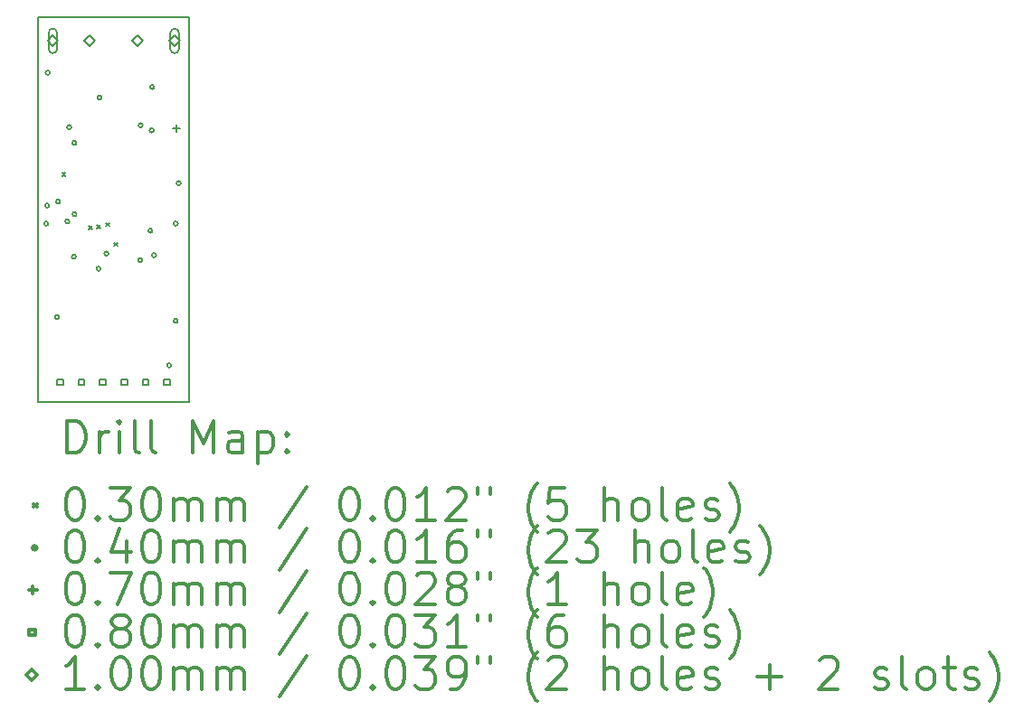
<source format=gbr>
%FSLAX45Y45*%
G04 Gerber Fmt 4.5, Leading zero omitted, Abs format (unit mm)*
G04 Created by KiCad (PCBNEW (5.1.9)-1) date 2021-06-08 23:05:41*
%MOMM*%
%LPD*%
G01*
G04 APERTURE LIST*
%TA.AperFunction,Profile*%
%ADD10C,0.200000*%
%TD*%
%ADD11C,0.200000*%
%ADD12C,0.300000*%
G04 APERTURE END LIST*
D10*
X24361140Y-9968230D02*
X25780910Y-9968230D01*
X24361140Y-13571220D02*
X24361140Y-9968230D01*
X24361140Y-13571220D02*
X25781000Y-13571220D01*
X25781000Y-13571220D02*
X25780910Y-9968230D01*
D11*
X24590242Y-11422729D02*
X24620242Y-11452729D01*
X24620242Y-11422729D02*
X24590242Y-11452729D01*
X24840551Y-11920166D02*
X24870551Y-11950166D01*
X24870551Y-11920166D02*
X24840551Y-11950166D01*
X24915268Y-11911296D02*
X24945268Y-11941296D01*
X24945268Y-11911296D02*
X24915268Y-11941296D01*
X25001373Y-11890895D02*
X25031373Y-11920895D01*
X25031373Y-11890895D02*
X25001373Y-11920895D01*
X25078808Y-12078710D02*
X25108808Y-12108710D01*
X25108808Y-12078710D02*
X25078808Y-12108710D01*
X24460000Y-11900000D02*
G75*
G03*
X24460000Y-11900000I-20000J0D01*
G01*
X24469024Y-11728450D02*
G75*
G03*
X24469024Y-11728450I-20000J0D01*
G01*
X24473850Y-10485120D02*
G75*
G03*
X24473850Y-10485120I-20000J0D01*
G01*
X24561480Y-12773660D02*
G75*
G03*
X24561480Y-12773660I-20000J0D01*
G01*
X24570879Y-11693320D02*
G75*
G03*
X24570879Y-11693320I-20000J0D01*
G01*
X24657090Y-11878710D02*
G75*
G03*
X24657090Y-11878710I-20000J0D01*
G01*
X24675780Y-10994898D02*
G75*
G03*
X24675780Y-10994898I-20000J0D01*
G01*
X24718960Y-12208838D02*
G75*
G03*
X24718960Y-12208838I-20000J0D01*
G01*
X24724155Y-11141825D02*
G75*
G03*
X24724155Y-11141825I-20000J0D01*
G01*
X24724675Y-11810598D02*
G75*
G03*
X24724675Y-11810598I-20000J0D01*
G01*
X24950100Y-12321540D02*
G75*
G03*
X24950100Y-12321540I-20000J0D01*
G01*
X24958260Y-10718260D02*
G75*
G03*
X24958260Y-10718260I-20000J0D01*
G01*
X25023348Y-12180707D02*
G75*
G03*
X25023348Y-12180707I-20000J0D01*
G01*
X25340244Y-12242546D02*
G75*
G03*
X25340244Y-12242546I-20000J0D01*
G01*
X25343800Y-10977626D02*
G75*
G03*
X25343800Y-10977626I-20000J0D01*
G01*
X25434760Y-11964939D02*
G75*
G03*
X25434760Y-11964939I-20000J0D01*
G01*
X25447432Y-11025886D02*
G75*
G03*
X25447432Y-11025886I-20000J0D01*
G01*
X25451750Y-10618470D02*
G75*
G03*
X25451750Y-10618470I-20000J0D01*
G01*
X25470292Y-12194794D02*
G75*
G03*
X25470292Y-12194794I-20000J0D01*
G01*
X25610500Y-13228320D02*
G75*
G03*
X25610500Y-13228320I-20000J0D01*
G01*
X25672259Y-11898632D02*
G75*
G03*
X25672259Y-11898632I-20000J0D01*
G01*
X25672259Y-12809220D02*
G75*
G03*
X25672259Y-12809220I-20000J0D01*
G01*
X25700000Y-11520000D02*
G75*
G03*
X25700000Y-11520000I-20000J0D01*
G01*
X25661620Y-10972090D02*
X25661620Y-11042090D01*
X25626620Y-11007090D02*
X25696620Y-11007090D01*
X24599309Y-13411544D02*
X24599309Y-13354975D01*
X24542740Y-13354975D01*
X24542740Y-13411544D01*
X24599309Y-13411544D01*
X24799309Y-13411544D02*
X24799309Y-13354975D01*
X24742740Y-13354975D01*
X24742740Y-13411544D01*
X24799309Y-13411544D01*
X24999309Y-13411544D02*
X24999309Y-13354975D01*
X24942740Y-13354975D01*
X24942740Y-13411544D01*
X24999309Y-13411544D01*
X25199309Y-13411544D02*
X25199309Y-13354975D01*
X25142740Y-13354975D01*
X25142740Y-13411544D01*
X25199309Y-13411544D01*
X25399309Y-13411544D02*
X25399309Y-13354975D01*
X25342740Y-13354975D01*
X25342740Y-13411544D01*
X25399309Y-13411544D01*
X25599309Y-13411544D02*
X25599309Y-13354975D01*
X25542740Y-13354975D01*
X25542740Y-13411544D01*
X25599309Y-13411544D01*
X24502550Y-10236670D02*
X24552550Y-10186670D01*
X24502550Y-10136670D01*
X24452550Y-10186670D01*
X24502550Y-10236670D01*
X24542550Y-10261670D02*
X24542550Y-10111670D01*
X24462550Y-10261670D02*
X24462550Y-10111670D01*
X24542550Y-10111670D02*
G75*
G03*
X24462550Y-10111670I-40000J0D01*
G01*
X24462550Y-10261670D02*
G75*
G03*
X24542550Y-10261670I40000J0D01*
G01*
X24847550Y-10236670D02*
X24897550Y-10186670D01*
X24847550Y-10136670D01*
X24797550Y-10186670D01*
X24847550Y-10236670D01*
X25297550Y-10236670D02*
X25347550Y-10186670D01*
X25297550Y-10136670D01*
X25247550Y-10186670D01*
X25297550Y-10236670D01*
X25642550Y-10236670D02*
X25692550Y-10186670D01*
X25642550Y-10136670D01*
X25592550Y-10186670D01*
X25642550Y-10236670D01*
X25682550Y-10261670D02*
X25682550Y-10111670D01*
X25602550Y-10261670D02*
X25602550Y-10111670D01*
X25682550Y-10111670D02*
G75*
G03*
X25602550Y-10111670I-40000J0D01*
G01*
X25602550Y-10261670D02*
G75*
G03*
X25682550Y-10261670I40000J0D01*
G01*
D12*
X24637568Y-14046934D02*
X24637568Y-13746934D01*
X24708997Y-13746934D01*
X24751854Y-13761220D01*
X24780426Y-13789791D01*
X24794711Y-13818363D01*
X24808997Y-13875506D01*
X24808997Y-13918363D01*
X24794711Y-13975506D01*
X24780426Y-14004077D01*
X24751854Y-14032649D01*
X24708997Y-14046934D01*
X24637568Y-14046934D01*
X24937568Y-14046934D02*
X24937568Y-13846934D01*
X24937568Y-13904077D02*
X24951854Y-13875506D01*
X24966140Y-13861220D01*
X24994711Y-13846934D01*
X25023283Y-13846934D01*
X25123283Y-14046934D02*
X25123283Y-13846934D01*
X25123283Y-13746934D02*
X25108997Y-13761220D01*
X25123283Y-13775506D01*
X25137568Y-13761220D01*
X25123283Y-13746934D01*
X25123283Y-13775506D01*
X25308997Y-14046934D02*
X25280426Y-14032649D01*
X25266140Y-14004077D01*
X25266140Y-13746934D01*
X25466140Y-14046934D02*
X25437568Y-14032649D01*
X25423283Y-14004077D01*
X25423283Y-13746934D01*
X25808997Y-14046934D02*
X25808997Y-13746934D01*
X25908997Y-13961220D01*
X26008997Y-13746934D01*
X26008997Y-14046934D01*
X26280426Y-14046934D02*
X26280426Y-13889791D01*
X26266140Y-13861220D01*
X26237568Y-13846934D01*
X26180426Y-13846934D01*
X26151854Y-13861220D01*
X26280426Y-14032649D02*
X26251854Y-14046934D01*
X26180426Y-14046934D01*
X26151854Y-14032649D01*
X26137568Y-14004077D01*
X26137568Y-13975506D01*
X26151854Y-13946934D01*
X26180426Y-13932649D01*
X26251854Y-13932649D01*
X26280426Y-13918363D01*
X26423283Y-13846934D02*
X26423283Y-14146934D01*
X26423283Y-13861220D02*
X26451854Y-13846934D01*
X26508997Y-13846934D01*
X26537568Y-13861220D01*
X26551854Y-13875506D01*
X26566140Y-13904077D01*
X26566140Y-13989791D01*
X26551854Y-14018363D01*
X26537568Y-14032649D01*
X26508997Y-14046934D01*
X26451854Y-14046934D01*
X26423283Y-14032649D01*
X26694711Y-14018363D02*
X26708997Y-14032649D01*
X26694711Y-14046934D01*
X26680426Y-14032649D01*
X26694711Y-14018363D01*
X26694711Y-14046934D01*
X26694711Y-13861220D02*
X26708997Y-13875506D01*
X26694711Y-13889791D01*
X26680426Y-13875506D01*
X26694711Y-13861220D01*
X26694711Y-13889791D01*
X24321140Y-14526220D02*
X24351140Y-14556220D01*
X24351140Y-14526220D02*
X24321140Y-14556220D01*
X24694711Y-14376934D02*
X24723283Y-14376934D01*
X24751854Y-14391220D01*
X24766140Y-14405506D01*
X24780426Y-14434077D01*
X24794711Y-14491220D01*
X24794711Y-14562649D01*
X24780426Y-14619791D01*
X24766140Y-14648363D01*
X24751854Y-14662649D01*
X24723283Y-14676934D01*
X24694711Y-14676934D01*
X24666140Y-14662649D01*
X24651854Y-14648363D01*
X24637568Y-14619791D01*
X24623283Y-14562649D01*
X24623283Y-14491220D01*
X24637568Y-14434077D01*
X24651854Y-14405506D01*
X24666140Y-14391220D01*
X24694711Y-14376934D01*
X24923283Y-14648363D02*
X24937568Y-14662649D01*
X24923283Y-14676934D01*
X24908997Y-14662649D01*
X24923283Y-14648363D01*
X24923283Y-14676934D01*
X25037568Y-14376934D02*
X25223283Y-14376934D01*
X25123283Y-14491220D01*
X25166140Y-14491220D01*
X25194711Y-14505506D01*
X25208997Y-14519791D01*
X25223283Y-14548363D01*
X25223283Y-14619791D01*
X25208997Y-14648363D01*
X25194711Y-14662649D01*
X25166140Y-14676934D01*
X25080426Y-14676934D01*
X25051854Y-14662649D01*
X25037568Y-14648363D01*
X25408997Y-14376934D02*
X25437568Y-14376934D01*
X25466140Y-14391220D01*
X25480426Y-14405506D01*
X25494711Y-14434077D01*
X25508997Y-14491220D01*
X25508997Y-14562649D01*
X25494711Y-14619791D01*
X25480426Y-14648363D01*
X25466140Y-14662649D01*
X25437568Y-14676934D01*
X25408997Y-14676934D01*
X25380426Y-14662649D01*
X25366140Y-14648363D01*
X25351854Y-14619791D01*
X25337568Y-14562649D01*
X25337568Y-14491220D01*
X25351854Y-14434077D01*
X25366140Y-14405506D01*
X25380426Y-14391220D01*
X25408997Y-14376934D01*
X25637568Y-14676934D02*
X25637568Y-14476934D01*
X25637568Y-14505506D02*
X25651854Y-14491220D01*
X25680426Y-14476934D01*
X25723283Y-14476934D01*
X25751854Y-14491220D01*
X25766140Y-14519791D01*
X25766140Y-14676934D01*
X25766140Y-14519791D02*
X25780426Y-14491220D01*
X25808997Y-14476934D01*
X25851854Y-14476934D01*
X25880426Y-14491220D01*
X25894711Y-14519791D01*
X25894711Y-14676934D01*
X26037568Y-14676934D02*
X26037568Y-14476934D01*
X26037568Y-14505506D02*
X26051854Y-14491220D01*
X26080426Y-14476934D01*
X26123283Y-14476934D01*
X26151854Y-14491220D01*
X26166140Y-14519791D01*
X26166140Y-14676934D01*
X26166140Y-14519791D02*
X26180426Y-14491220D01*
X26208997Y-14476934D01*
X26251854Y-14476934D01*
X26280426Y-14491220D01*
X26294711Y-14519791D01*
X26294711Y-14676934D01*
X26880426Y-14362649D02*
X26623283Y-14748363D01*
X27266140Y-14376934D02*
X27294711Y-14376934D01*
X27323283Y-14391220D01*
X27337568Y-14405506D01*
X27351854Y-14434077D01*
X27366140Y-14491220D01*
X27366140Y-14562649D01*
X27351854Y-14619791D01*
X27337568Y-14648363D01*
X27323283Y-14662649D01*
X27294711Y-14676934D01*
X27266140Y-14676934D01*
X27237568Y-14662649D01*
X27223283Y-14648363D01*
X27208997Y-14619791D01*
X27194711Y-14562649D01*
X27194711Y-14491220D01*
X27208997Y-14434077D01*
X27223283Y-14405506D01*
X27237568Y-14391220D01*
X27266140Y-14376934D01*
X27494711Y-14648363D02*
X27508997Y-14662649D01*
X27494711Y-14676934D01*
X27480426Y-14662649D01*
X27494711Y-14648363D01*
X27494711Y-14676934D01*
X27694711Y-14376934D02*
X27723283Y-14376934D01*
X27751854Y-14391220D01*
X27766140Y-14405506D01*
X27780426Y-14434077D01*
X27794711Y-14491220D01*
X27794711Y-14562649D01*
X27780426Y-14619791D01*
X27766140Y-14648363D01*
X27751854Y-14662649D01*
X27723283Y-14676934D01*
X27694711Y-14676934D01*
X27666140Y-14662649D01*
X27651854Y-14648363D01*
X27637568Y-14619791D01*
X27623283Y-14562649D01*
X27623283Y-14491220D01*
X27637568Y-14434077D01*
X27651854Y-14405506D01*
X27666140Y-14391220D01*
X27694711Y-14376934D01*
X28080426Y-14676934D02*
X27908997Y-14676934D01*
X27994711Y-14676934D02*
X27994711Y-14376934D01*
X27966140Y-14419791D01*
X27937568Y-14448363D01*
X27908997Y-14462649D01*
X28194711Y-14405506D02*
X28208997Y-14391220D01*
X28237568Y-14376934D01*
X28308997Y-14376934D01*
X28337568Y-14391220D01*
X28351854Y-14405506D01*
X28366140Y-14434077D01*
X28366140Y-14462649D01*
X28351854Y-14505506D01*
X28180426Y-14676934D01*
X28366140Y-14676934D01*
X28480426Y-14376934D02*
X28480426Y-14434077D01*
X28594711Y-14376934D02*
X28594711Y-14434077D01*
X29037568Y-14791220D02*
X29023283Y-14776934D01*
X28994711Y-14734077D01*
X28980426Y-14705506D01*
X28966140Y-14662649D01*
X28951854Y-14591220D01*
X28951854Y-14534077D01*
X28966140Y-14462649D01*
X28980426Y-14419791D01*
X28994711Y-14391220D01*
X29023283Y-14348363D01*
X29037568Y-14334077D01*
X29294711Y-14376934D02*
X29151854Y-14376934D01*
X29137568Y-14519791D01*
X29151854Y-14505506D01*
X29180426Y-14491220D01*
X29251854Y-14491220D01*
X29280426Y-14505506D01*
X29294711Y-14519791D01*
X29308997Y-14548363D01*
X29308997Y-14619791D01*
X29294711Y-14648363D01*
X29280426Y-14662649D01*
X29251854Y-14676934D01*
X29180426Y-14676934D01*
X29151854Y-14662649D01*
X29137568Y-14648363D01*
X29666140Y-14676934D02*
X29666140Y-14376934D01*
X29794711Y-14676934D02*
X29794711Y-14519791D01*
X29780426Y-14491220D01*
X29751854Y-14476934D01*
X29708997Y-14476934D01*
X29680426Y-14491220D01*
X29666140Y-14505506D01*
X29980426Y-14676934D02*
X29951854Y-14662649D01*
X29937568Y-14648363D01*
X29923283Y-14619791D01*
X29923283Y-14534077D01*
X29937568Y-14505506D01*
X29951854Y-14491220D01*
X29980426Y-14476934D01*
X30023283Y-14476934D01*
X30051854Y-14491220D01*
X30066140Y-14505506D01*
X30080426Y-14534077D01*
X30080426Y-14619791D01*
X30066140Y-14648363D01*
X30051854Y-14662649D01*
X30023283Y-14676934D01*
X29980426Y-14676934D01*
X30251854Y-14676934D02*
X30223283Y-14662649D01*
X30208997Y-14634077D01*
X30208997Y-14376934D01*
X30480426Y-14662649D02*
X30451854Y-14676934D01*
X30394711Y-14676934D01*
X30366140Y-14662649D01*
X30351854Y-14634077D01*
X30351854Y-14519791D01*
X30366140Y-14491220D01*
X30394711Y-14476934D01*
X30451854Y-14476934D01*
X30480426Y-14491220D01*
X30494711Y-14519791D01*
X30494711Y-14548363D01*
X30351854Y-14576934D01*
X30608997Y-14662649D02*
X30637568Y-14676934D01*
X30694711Y-14676934D01*
X30723283Y-14662649D01*
X30737568Y-14634077D01*
X30737568Y-14619791D01*
X30723283Y-14591220D01*
X30694711Y-14576934D01*
X30651854Y-14576934D01*
X30623283Y-14562649D01*
X30608997Y-14534077D01*
X30608997Y-14519791D01*
X30623283Y-14491220D01*
X30651854Y-14476934D01*
X30694711Y-14476934D01*
X30723283Y-14491220D01*
X30837568Y-14791220D02*
X30851854Y-14776934D01*
X30880426Y-14734077D01*
X30894711Y-14705506D01*
X30908997Y-14662649D01*
X30923283Y-14591220D01*
X30923283Y-14534077D01*
X30908997Y-14462649D01*
X30894711Y-14419791D01*
X30880426Y-14391220D01*
X30851854Y-14348363D01*
X30837568Y-14334077D01*
X24351140Y-14937220D02*
G75*
G03*
X24351140Y-14937220I-20000J0D01*
G01*
X24694711Y-14772934D02*
X24723283Y-14772934D01*
X24751854Y-14787220D01*
X24766140Y-14801506D01*
X24780426Y-14830077D01*
X24794711Y-14887220D01*
X24794711Y-14958649D01*
X24780426Y-15015791D01*
X24766140Y-15044363D01*
X24751854Y-15058649D01*
X24723283Y-15072934D01*
X24694711Y-15072934D01*
X24666140Y-15058649D01*
X24651854Y-15044363D01*
X24637568Y-15015791D01*
X24623283Y-14958649D01*
X24623283Y-14887220D01*
X24637568Y-14830077D01*
X24651854Y-14801506D01*
X24666140Y-14787220D01*
X24694711Y-14772934D01*
X24923283Y-15044363D02*
X24937568Y-15058649D01*
X24923283Y-15072934D01*
X24908997Y-15058649D01*
X24923283Y-15044363D01*
X24923283Y-15072934D01*
X25194711Y-14872934D02*
X25194711Y-15072934D01*
X25123283Y-14758649D02*
X25051854Y-14972934D01*
X25237568Y-14972934D01*
X25408997Y-14772934D02*
X25437568Y-14772934D01*
X25466140Y-14787220D01*
X25480426Y-14801506D01*
X25494711Y-14830077D01*
X25508997Y-14887220D01*
X25508997Y-14958649D01*
X25494711Y-15015791D01*
X25480426Y-15044363D01*
X25466140Y-15058649D01*
X25437568Y-15072934D01*
X25408997Y-15072934D01*
X25380426Y-15058649D01*
X25366140Y-15044363D01*
X25351854Y-15015791D01*
X25337568Y-14958649D01*
X25337568Y-14887220D01*
X25351854Y-14830077D01*
X25366140Y-14801506D01*
X25380426Y-14787220D01*
X25408997Y-14772934D01*
X25637568Y-15072934D02*
X25637568Y-14872934D01*
X25637568Y-14901506D02*
X25651854Y-14887220D01*
X25680426Y-14872934D01*
X25723283Y-14872934D01*
X25751854Y-14887220D01*
X25766140Y-14915791D01*
X25766140Y-15072934D01*
X25766140Y-14915791D02*
X25780426Y-14887220D01*
X25808997Y-14872934D01*
X25851854Y-14872934D01*
X25880426Y-14887220D01*
X25894711Y-14915791D01*
X25894711Y-15072934D01*
X26037568Y-15072934D02*
X26037568Y-14872934D01*
X26037568Y-14901506D02*
X26051854Y-14887220D01*
X26080426Y-14872934D01*
X26123283Y-14872934D01*
X26151854Y-14887220D01*
X26166140Y-14915791D01*
X26166140Y-15072934D01*
X26166140Y-14915791D02*
X26180426Y-14887220D01*
X26208997Y-14872934D01*
X26251854Y-14872934D01*
X26280426Y-14887220D01*
X26294711Y-14915791D01*
X26294711Y-15072934D01*
X26880426Y-14758649D02*
X26623283Y-15144363D01*
X27266140Y-14772934D02*
X27294711Y-14772934D01*
X27323283Y-14787220D01*
X27337568Y-14801506D01*
X27351854Y-14830077D01*
X27366140Y-14887220D01*
X27366140Y-14958649D01*
X27351854Y-15015791D01*
X27337568Y-15044363D01*
X27323283Y-15058649D01*
X27294711Y-15072934D01*
X27266140Y-15072934D01*
X27237568Y-15058649D01*
X27223283Y-15044363D01*
X27208997Y-15015791D01*
X27194711Y-14958649D01*
X27194711Y-14887220D01*
X27208997Y-14830077D01*
X27223283Y-14801506D01*
X27237568Y-14787220D01*
X27266140Y-14772934D01*
X27494711Y-15044363D02*
X27508997Y-15058649D01*
X27494711Y-15072934D01*
X27480426Y-15058649D01*
X27494711Y-15044363D01*
X27494711Y-15072934D01*
X27694711Y-14772934D02*
X27723283Y-14772934D01*
X27751854Y-14787220D01*
X27766140Y-14801506D01*
X27780426Y-14830077D01*
X27794711Y-14887220D01*
X27794711Y-14958649D01*
X27780426Y-15015791D01*
X27766140Y-15044363D01*
X27751854Y-15058649D01*
X27723283Y-15072934D01*
X27694711Y-15072934D01*
X27666140Y-15058649D01*
X27651854Y-15044363D01*
X27637568Y-15015791D01*
X27623283Y-14958649D01*
X27623283Y-14887220D01*
X27637568Y-14830077D01*
X27651854Y-14801506D01*
X27666140Y-14787220D01*
X27694711Y-14772934D01*
X28080426Y-15072934D02*
X27908997Y-15072934D01*
X27994711Y-15072934D02*
X27994711Y-14772934D01*
X27966140Y-14815791D01*
X27937568Y-14844363D01*
X27908997Y-14858649D01*
X28337568Y-14772934D02*
X28280426Y-14772934D01*
X28251854Y-14787220D01*
X28237568Y-14801506D01*
X28208997Y-14844363D01*
X28194711Y-14901506D01*
X28194711Y-15015791D01*
X28208997Y-15044363D01*
X28223283Y-15058649D01*
X28251854Y-15072934D01*
X28308997Y-15072934D01*
X28337568Y-15058649D01*
X28351854Y-15044363D01*
X28366140Y-15015791D01*
X28366140Y-14944363D01*
X28351854Y-14915791D01*
X28337568Y-14901506D01*
X28308997Y-14887220D01*
X28251854Y-14887220D01*
X28223283Y-14901506D01*
X28208997Y-14915791D01*
X28194711Y-14944363D01*
X28480426Y-14772934D02*
X28480426Y-14830077D01*
X28594711Y-14772934D02*
X28594711Y-14830077D01*
X29037568Y-15187220D02*
X29023283Y-15172934D01*
X28994711Y-15130077D01*
X28980426Y-15101506D01*
X28966140Y-15058649D01*
X28951854Y-14987220D01*
X28951854Y-14930077D01*
X28966140Y-14858649D01*
X28980426Y-14815791D01*
X28994711Y-14787220D01*
X29023283Y-14744363D01*
X29037568Y-14730077D01*
X29137568Y-14801506D02*
X29151854Y-14787220D01*
X29180426Y-14772934D01*
X29251854Y-14772934D01*
X29280426Y-14787220D01*
X29294711Y-14801506D01*
X29308997Y-14830077D01*
X29308997Y-14858649D01*
X29294711Y-14901506D01*
X29123283Y-15072934D01*
X29308997Y-15072934D01*
X29408997Y-14772934D02*
X29594711Y-14772934D01*
X29494711Y-14887220D01*
X29537568Y-14887220D01*
X29566140Y-14901506D01*
X29580426Y-14915791D01*
X29594711Y-14944363D01*
X29594711Y-15015791D01*
X29580426Y-15044363D01*
X29566140Y-15058649D01*
X29537568Y-15072934D01*
X29451854Y-15072934D01*
X29423283Y-15058649D01*
X29408997Y-15044363D01*
X29951854Y-15072934D02*
X29951854Y-14772934D01*
X30080426Y-15072934D02*
X30080426Y-14915791D01*
X30066140Y-14887220D01*
X30037568Y-14872934D01*
X29994711Y-14872934D01*
X29966140Y-14887220D01*
X29951854Y-14901506D01*
X30266140Y-15072934D02*
X30237568Y-15058649D01*
X30223283Y-15044363D01*
X30208997Y-15015791D01*
X30208997Y-14930077D01*
X30223283Y-14901506D01*
X30237568Y-14887220D01*
X30266140Y-14872934D01*
X30308997Y-14872934D01*
X30337568Y-14887220D01*
X30351854Y-14901506D01*
X30366140Y-14930077D01*
X30366140Y-15015791D01*
X30351854Y-15044363D01*
X30337568Y-15058649D01*
X30308997Y-15072934D01*
X30266140Y-15072934D01*
X30537568Y-15072934D02*
X30508997Y-15058649D01*
X30494711Y-15030077D01*
X30494711Y-14772934D01*
X30766140Y-15058649D02*
X30737568Y-15072934D01*
X30680426Y-15072934D01*
X30651854Y-15058649D01*
X30637568Y-15030077D01*
X30637568Y-14915791D01*
X30651854Y-14887220D01*
X30680426Y-14872934D01*
X30737568Y-14872934D01*
X30766140Y-14887220D01*
X30780426Y-14915791D01*
X30780426Y-14944363D01*
X30637568Y-14972934D01*
X30894711Y-15058649D02*
X30923283Y-15072934D01*
X30980426Y-15072934D01*
X31008997Y-15058649D01*
X31023283Y-15030077D01*
X31023283Y-15015791D01*
X31008997Y-14987220D01*
X30980426Y-14972934D01*
X30937568Y-14972934D01*
X30908997Y-14958649D01*
X30894711Y-14930077D01*
X30894711Y-14915791D01*
X30908997Y-14887220D01*
X30937568Y-14872934D01*
X30980426Y-14872934D01*
X31008997Y-14887220D01*
X31123283Y-15187220D02*
X31137568Y-15172934D01*
X31166140Y-15130077D01*
X31180426Y-15101506D01*
X31194711Y-15058649D01*
X31208997Y-14987220D01*
X31208997Y-14930077D01*
X31194711Y-14858649D01*
X31180426Y-14815791D01*
X31166140Y-14787220D01*
X31137568Y-14744363D01*
X31123283Y-14730077D01*
X24316140Y-15298220D02*
X24316140Y-15368220D01*
X24281140Y-15333220D02*
X24351140Y-15333220D01*
X24694711Y-15168934D02*
X24723283Y-15168934D01*
X24751854Y-15183220D01*
X24766140Y-15197506D01*
X24780426Y-15226077D01*
X24794711Y-15283220D01*
X24794711Y-15354649D01*
X24780426Y-15411791D01*
X24766140Y-15440363D01*
X24751854Y-15454649D01*
X24723283Y-15468934D01*
X24694711Y-15468934D01*
X24666140Y-15454649D01*
X24651854Y-15440363D01*
X24637568Y-15411791D01*
X24623283Y-15354649D01*
X24623283Y-15283220D01*
X24637568Y-15226077D01*
X24651854Y-15197506D01*
X24666140Y-15183220D01*
X24694711Y-15168934D01*
X24923283Y-15440363D02*
X24937568Y-15454649D01*
X24923283Y-15468934D01*
X24908997Y-15454649D01*
X24923283Y-15440363D01*
X24923283Y-15468934D01*
X25037568Y-15168934D02*
X25237568Y-15168934D01*
X25108997Y-15468934D01*
X25408997Y-15168934D02*
X25437568Y-15168934D01*
X25466140Y-15183220D01*
X25480426Y-15197506D01*
X25494711Y-15226077D01*
X25508997Y-15283220D01*
X25508997Y-15354649D01*
X25494711Y-15411791D01*
X25480426Y-15440363D01*
X25466140Y-15454649D01*
X25437568Y-15468934D01*
X25408997Y-15468934D01*
X25380426Y-15454649D01*
X25366140Y-15440363D01*
X25351854Y-15411791D01*
X25337568Y-15354649D01*
X25337568Y-15283220D01*
X25351854Y-15226077D01*
X25366140Y-15197506D01*
X25380426Y-15183220D01*
X25408997Y-15168934D01*
X25637568Y-15468934D02*
X25637568Y-15268934D01*
X25637568Y-15297506D02*
X25651854Y-15283220D01*
X25680426Y-15268934D01*
X25723283Y-15268934D01*
X25751854Y-15283220D01*
X25766140Y-15311791D01*
X25766140Y-15468934D01*
X25766140Y-15311791D02*
X25780426Y-15283220D01*
X25808997Y-15268934D01*
X25851854Y-15268934D01*
X25880426Y-15283220D01*
X25894711Y-15311791D01*
X25894711Y-15468934D01*
X26037568Y-15468934D02*
X26037568Y-15268934D01*
X26037568Y-15297506D02*
X26051854Y-15283220D01*
X26080426Y-15268934D01*
X26123283Y-15268934D01*
X26151854Y-15283220D01*
X26166140Y-15311791D01*
X26166140Y-15468934D01*
X26166140Y-15311791D02*
X26180426Y-15283220D01*
X26208997Y-15268934D01*
X26251854Y-15268934D01*
X26280426Y-15283220D01*
X26294711Y-15311791D01*
X26294711Y-15468934D01*
X26880426Y-15154649D02*
X26623283Y-15540363D01*
X27266140Y-15168934D02*
X27294711Y-15168934D01*
X27323283Y-15183220D01*
X27337568Y-15197506D01*
X27351854Y-15226077D01*
X27366140Y-15283220D01*
X27366140Y-15354649D01*
X27351854Y-15411791D01*
X27337568Y-15440363D01*
X27323283Y-15454649D01*
X27294711Y-15468934D01*
X27266140Y-15468934D01*
X27237568Y-15454649D01*
X27223283Y-15440363D01*
X27208997Y-15411791D01*
X27194711Y-15354649D01*
X27194711Y-15283220D01*
X27208997Y-15226077D01*
X27223283Y-15197506D01*
X27237568Y-15183220D01*
X27266140Y-15168934D01*
X27494711Y-15440363D02*
X27508997Y-15454649D01*
X27494711Y-15468934D01*
X27480426Y-15454649D01*
X27494711Y-15440363D01*
X27494711Y-15468934D01*
X27694711Y-15168934D02*
X27723283Y-15168934D01*
X27751854Y-15183220D01*
X27766140Y-15197506D01*
X27780426Y-15226077D01*
X27794711Y-15283220D01*
X27794711Y-15354649D01*
X27780426Y-15411791D01*
X27766140Y-15440363D01*
X27751854Y-15454649D01*
X27723283Y-15468934D01*
X27694711Y-15468934D01*
X27666140Y-15454649D01*
X27651854Y-15440363D01*
X27637568Y-15411791D01*
X27623283Y-15354649D01*
X27623283Y-15283220D01*
X27637568Y-15226077D01*
X27651854Y-15197506D01*
X27666140Y-15183220D01*
X27694711Y-15168934D01*
X27908997Y-15197506D02*
X27923283Y-15183220D01*
X27951854Y-15168934D01*
X28023283Y-15168934D01*
X28051854Y-15183220D01*
X28066140Y-15197506D01*
X28080426Y-15226077D01*
X28080426Y-15254649D01*
X28066140Y-15297506D01*
X27894711Y-15468934D01*
X28080426Y-15468934D01*
X28251854Y-15297506D02*
X28223283Y-15283220D01*
X28208997Y-15268934D01*
X28194711Y-15240363D01*
X28194711Y-15226077D01*
X28208997Y-15197506D01*
X28223283Y-15183220D01*
X28251854Y-15168934D01*
X28308997Y-15168934D01*
X28337568Y-15183220D01*
X28351854Y-15197506D01*
X28366140Y-15226077D01*
X28366140Y-15240363D01*
X28351854Y-15268934D01*
X28337568Y-15283220D01*
X28308997Y-15297506D01*
X28251854Y-15297506D01*
X28223283Y-15311791D01*
X28208997Y-15326077D01*
X28194711Y-15354649D01*
X28194711Y-15411791D01*
X28208997Y-15440363D01*
X28223283Y-15454649D01*
X28251854Y-15468934D01*
X28308997Y-15468934D01*
X28337568Y-15454649D01*
X28351854Y-15440363D01*
X28366140Y-15411791D01*
X28366140Y-15354649D01*
X28351854Y-15326077D01*
X28337568Y-15311791D01*
X28308997Y-15297506D01*
X28480426Y-15168934D02*
X28480426Y-15226077D01*
X28594711Y-15168934D02*
X28594711Y-15226077D01*
X29037568Y-15583220D02*
X29023283Y-15568934D01*
X28994711Y-15526077D01*
X28980426Y-15497506D01*
X28966140Y-15454649D01*
X28951854Y-15383220D01*
X28951854Y-15326077D01*
X28966140Y-15254649D01*
X28980426Y-15211791D01*
X28994711Y-15183220D01*
X29023283Y-15140363D01*
X29037568Y-15126077D01*
X29308997Y-15468934D02*
X29137568Y-15468934D01*
X29223283Y-15468934D02*
X29223283Y-15168934D01*
X29194711Y-15211791D01*
X29166140Y-15240363D01*
X29137568Y-15254649D01*
X29666140Y-15468934D02*
X29666140Y-15168934D01*
X29794711Y-15468934D02*
X29794711Y-15311791D01*
X29780426Y-15283220D01*
X29751854Y-15268934D01*
X29708997Y-15268934D01*
X29680426Y-15283220D01*
X29666140Y-15297506D01*
X29980426Y-15468934D02*
X29951854Y-15454649D01*
X29937568Y-15440363D01*
X29923283Y-15411791D01*
X29923283Y-15326077D01*
X29937568Y-15297506D01*
X29951854Y-15283220D01*
X29980426Y-15268934D01*
X30023283Y-15268934D01*
X30051854Y-15283220D01*
X30066140Y-15297506D01*
X30080426Y-15326077D01*
X30080426Y-15411791D01*
X30066140Y-15440363D01*
X30051854Y-15454649D01*
X30023283Y-15468934D01*
X29980426Y-15468934D01*
X30251854Y-15468934D02*
X30223283Y-15454649D01*
X30208997Y-15426077D01*
X30208997Y-15168934D01*
X30480426Y-15454649D02*
X30451854Y-15468934D01*
X30394711Y-15468934D01*
X30366140Y-15454649D01*
X30351854Y-15426077D01*
X30351854Y-15311791D01*
X30366140Y-15283220D01*
X30394711Y-15268934D01*
X30451854Y-15268934D01*
X30480426Y-15283220D01*
X30494711Y-15311791D01*
X30494711Y-15340363D01*
X30351854Y-15368934D01*
X30594711Y-15583220D02*
X30608997Y-15568934D01*
X30637568Y-15526077D01*
X30651854Y-15497506D01*
X30666140Y-15454649D01*
X30680426Y-15383220D01*
X30680426Y-15326077D01*
X30666140Y-15254649D01*
X30651854Y-15211791D01*
X30637568Y-15183220D01*
X30608997Y-15140363D01*
X30594711Y-15126077D01*
X24339424Y-15757505D02*
X24339424Y-15700936D01*
X24282855Y-15700936D01*
X24282855Y-15757505D01*
X24339424Y-15757505D01*
X24694711Y-15564934D02*
X24723283Y-15564934D01*
X24751854Y-15579220D01*
X24766140Y-15593506D01*
X24780426Y-15622077D01*
X24794711Y-15679220D01*
X24794711Y-15750649D01*
X24780426Y-15807791D01*
X24766140Y-15836363D01*
X24751854Y-15850649D01*
X24723283Y-15864934D01*
X24694711Y-15864934D01*
X24666140Y-15850649D01*
X24651854Y-15836363D01*
X24637568Y-15807791D01*
X24623283Y-15750649D01*
X24623283Y-15679220D01*
X24637568Y-15622077D01*
X24651854Y-15593506D01*
X24666140Y-15579220D01*
X24694711Y-15564934D01*
X24923283Y-15836363D02*
X24937568Y-15850649D01*
X24923283Y-15864934D01*
X24908997Y-15850649D01*
X24923283Y-15836363D01*
X24923283Y-15864934D01*
X25108997Y-15693506D02*
X25080426Y-15679220D01*
X25066140Y-15664934D01*
X25051854Y-15636363D01*
X25051854Y-15622077D01*
X25066140Y-15593506D01*
X25080426Y-15579220D01*
X25108997Y-15564934D01*
X25166140Y-15564934D01*
X25194711Y-15579220D01*
X25208997Y-15593506D01*
X25223283Y-15622077D01*
X25223283Y-15636363D01*
X25208997Y-15664934D01*
X25194711Y-15679220D01*
X25166140Y-15693506D01*
X25108997Y-15693506D01*
X25080426Y-15707791D01*
X25066140Y-15722077D01*
X25051854Y-15750649D01*
X25051854Y-15807791D01*
X25066140Y-15836363D01*
X25080426Y-15850649D01*
X25108997Y-15864934D01*
X25166140Y-15864934D01*
X25194711Y-15850649D01*
X25208997Y-15836363D01*
X25223283Y-15807791D01*
X25223283Y-15750649D01*
X25208997Y-15722077D01*
X25194711Y-15707791D01*
X25166140Y-15693506D01*
X25408997Y-15564934D02*
X25437568Y-15564934D01*
X25466140Y-15579220D01*
X25480426Y-15593506D01*
X25494711Y-15622077D01*
X25508997Y-15679220D01*
X25508997Y-15750649D01*
X25494711Y-15807791D01*
X25480426Y-15836363D01*
X25466140Y-15850649D01*
X25437568Y-15864934D01*
X25408997Y-15864934D01*
X25380426Y-15850649D01*
X25366140Y-15836363D01*
X25351854Y-15807791D01*
X25337568Y-15750649D01*
X25337568Y-15679220D01*
X25351854Y-15622077D01*
X25366140Y-15593506D01*
X25380426Y-15579220D01*
X25408997Y-15564934D01*
X25637568Y-15864934D02*
X25637568Y-15664934D01*
X25637568Y-15693506D02*
X25651854Y-15679220D01*
X25680426Y-15664934D01*
X25723283Y-15664934D01*
X25751854Y-15679220D01*
X25766140Y-15707791D01*
X25766140Y-15864934D01*
X25766140Y-15707791D02*
X25780426Y-15679220D01*
X25808997Y-15664934D01*
X25851854Y-15664934D01*
X25880426Y-15679220D01*
X25894711Y-15707791D01*
X25894711Y-15864934D01*
X26037568Y-15864934D02*
X26037568Y-15664934D01*
X26037568Y-15693506D02*
X26051854Y-15679220D01*
X26080426Y-15664934D01*
X26123283Y-15664934D01*
X26151854Y-15679220D01*
X26166140Y-15707791D01*
X26166140Y-15864934D01*
X26166140Y-15707791D02*
X26180426Y-15679220D01*
X26208997Y-15664934D01*
X26251854Y-15664934D01*
X26280426Y-15679220D01*
X26294711Y-15707791D01*
X26294711Y-15864934D01*
X26880426Y-15550649D02*
X26623283Y-15936363D01*
X27266140Y-15564934D02*
X27294711Y-15564934D01*
X27323283Y-15579220D01*
X27337568Y-15593506D01*
X27351854Y-15622077D01*
X27366140Y-15679220D01*
X27366140Y-15750649D01*
X27351854Y-15807791D01*
X27337568Y-15836363D01*
X27323283Y-15850649D01*
X27294711Y-15864934D01*
X27266140Y-15864934D01*
X27237568Y-15850649D01*
X27223283Y-15836363D01*
X27208997Y-15807791D01*
X27194711Y-15750649D01*
X27194711Y-15679220D01*
X27208997Y-15622077D01*
X27223283Y-15593506D01*
X27237568Y-15579220D01*
X27266140Y-15564934D01*
X27494711Y-15836363D02*
X27508997Y-15850649D01*
X27494711Y-15864934D01*
X27480426Y-15850649D01*
X27494711Y-15836363D01*
X27494711Y-15864934D01*
X27694711Y-15564934D02*
X27723283Y-15564934D01*
X27751854Y-15579220D01*
X27766140Y-15593506D01*
X27780426Y-15622077D01*
X27794711Y-15679220D01*
X27794711Y-15750649D01*
X27780426Y-15807791D01*
X27766140Y-15836363D01*
X27751854Y-15850649D01*
X27723283Y-15864934D01*
X27694711Y-15864934D01*
X27666140Y-15850649D01*
X27651854Y-15836363D01*
X27637568Y-15807791D01*
X27623283Y-15750649D01*
X27623283Y-15679220D01*
X27637568Y-15622077D01*
X27651854Y-15593506D01*
X27666140Y-15579220D01*
X27694711Y-15564934D01*
X27894711Y-15564934D02*
X28080426Y-15564934D01*
X27980426Y-15679220D01*
X28023283Y-15679220D01*
X28051854Y-15693506D01*
X28066140Y-15707791D01*
X28080426Y-15736363D01*
X28080426Y-15807791D01*
X28066140Y-15836363D01*
X28051854Y-15850649D01*
X28023283Y-15864934D01*
X27937568Y-15864934D01*
X27908997Y-15850649D01*
X27894711Y-15836363D01*
X28366140Y-15864934D02*
X28194711Y-15864934D01*
X28280426Y-15864934D02*
X28280426Y-15564934D01*
X28251854Y-15607791D01*
X28223283Y-15636363D01*
X28194711Y-15650649D01*
X28480426Y-15564934D02*
X28480426Y-15622077D01*
X28594711Y-15564934D02*
X28594711Y-15622077D01*
X29037568Y-15979220D02*
X29023283Y-15964934D01*
X28994711Y-15922077D01*
X28980426Y-15893506D01*
X28966140Y-15850649D01*
X28951854Y-15779220D01*
X28951854Y-15722077D01*
X28966140Y-15650649D01*
X28980426Y-15607791D01*
X28994711Y-15579220D01*
X29023283Y-15536363D01*
X29037568Y-15522077D01*
X29280426Y-15564934D02*
X29223283Y-15564934D01*
X29194711Y-15579220D01*
X29180426Y-15593506D01*
X29151854Y-15636363D01*
X29137568Y-15693506D01*
X29137568Y-15807791D01*
X29151854Y-15836363D01*
X29166140Y-15850649D01*
X29194711Y-15864934D01*
X29251854Y-15864934D01*
X29280426Y-15850649D01*
X29294711Y-15836363D01*
X29308997Y-15807791D01*
X29308997Y-15736363D01*
X29294711Y-15707791D01*
X29280426Y-15693506D01*
X29251854Y-15679220D01*
X29194711Y-15679220D01*
X29166140Y-15693506D01*
X29151854Y-15707791D01*
X29137568Y-15736363D01*
X29666140Y-15864934D02*
X29666140Y-15564934D01*
X29794711Y-15864934D02*
X29794711Y-15707791D01*
X29780426Y-15679220D01*
X29751854Y-15664934D01*
X29708997Y-15664934D01*
X29680426Y-15679220D01*
X29666140Y-15693506D01*
X29980426Y-15864934D02*
X29951854Y-15850649D01*
X29937568Y-15836363D01*
X29923283Y-15807791D01*
X29923283Y-15722077D01*
X29937568Y-15693506D01*
X29951854Y-15679220D01*
X29980426Y-15664934D01*
X30023283Y-15664934D01*
X30051854Y-15679220D01*
X30066140Y-15693506D01*
X30080426Y-15722077D01*
X30080426Y-15807791D01*
X30066140Y-15836363D01*
X30051854Y-15850649D01*
X30023283Y-15864934D01*
X29980426Y-15864934D01*
X30251854Y-15864934D02*
X30223283Y-15850649D01*
X30208997Y-15822077D01*
X30208997Y-15564934D01*
X30480426Y-15850649D02*
X30451854Y-15864934D01*
X30394711Y-15864934D01*
X30366140Y-15850649D01*
X30351854Y-15822077D01*
X30351854Y-15707791D01*
X30366140Y-15679220D01*
X30394711Y-15664934D01*
X30451854Y-15664934D01*
X30480426Y-15679220D01*
X30494711Y-15707791D01*
X30494711Y-15736363D01*
X30351854Y-15764934D01*
X30608997Y-15850649D02*
X30637568Y-15864934D01*
X30694711Y-15864934D01*
X30723283Y-15850649D01*
X30737568Y-15822077D01*
X30737568Y-15807791D01*
X30723283Y-15779220D01*
X30694711Y-15764934D01*
X30651854Y-15764934D01*
X30623283Y-15750649D01*
X30608997Y-15722077D01*
X30608997Y-15707791D01*
X30623283Y-15679220D01*
X30651854Y-15664934D01*
X30694711Y-15664934D01*
X30723283Y-15679220D01*
X30837568Y-15979220D02*
X30851854Y-15964934D01*
X30880426Y-15922077D01*
X30894711Y-15893506D01*
X30908997Y-15850649D01*
X30923283Y-15779220D01*
X30923283Y-15722077D01*
X30908997Y-15650649D01*
X30894711Y-15607791D01*
X30880426Y-15579220D01*
X30851854Y-15536363D01*
X30837568Y-15522077D01*
X24301140Y-16175220D02*
X24351140Y-16125220D01*
X24301140Y-16075220D01*
X24251140Y-16125220D01*
X24301140Y-16175220D01*
X24794711Y-16260934D02*
X24623283Y-16260934D01*
X24708997Y-16260934D02*
X24708997Y-15960934D01*
X24680426Y-16003791D01*
X24651854Y-16032363D01*
X24623283Y-16046649D01*
X24923283Y-16232363D02*
X24937568Y-16246649D01*
X24923283Y-16260934D01*
X24908997Y-16246649D01*
X24923283Y-16232363D01*
X24923283Y-16260934D01*
X25123283Y-15960934D02*
X25151854Y-15960934D01*
X25180426Y-15975220D01*
X25194711Y-15989506D01*
X25208997Y-16018077D01*
X25223283Y-16075220D01*
X25223283Y-16146649D01*
X25208997Y-16203791D01*
X25194711Y-16232363D01*
X25180426Y-16246649D01*
X25151854Y-16260934D01*
X25123283Y-16260934D01*
X25094711Y-16246649D01*
X25080426Y-16232363D01*
X25066140Y-16203791D01*
X25051854Y-16146649D01*
X25051854Y-16075220D01*
X25066140Y-16018077D01*
X25080426Y-15989506D01*
X25094711Y-15975220D01*
X25123283Y-15960934D01*
X25408997Y-15960934D02*
X25437568Y-15960934D01*
X25466140Y-15975220D01*
X25480426Y-15989506D01*
X25494711Y-16018077D01*
X25508997Y-16075220D01*
X25508997Y-16146649D01*
X25494711Y-16203791D01*
X25480426Y-16232363D01*
X25466140Y-16246649D01*
X25437568Y-16260934D01*
X25408997Y-16260934D01*
X25380426Y-16246649D01*
X25366140Y-16232363D01*
X25351854Y-16203791D01*
X25337568Y-16146649D01*
X25337568Y-16075220D01*
X25351854Y-16018077D01*
X25366140Y-15989506D01*
X25380426Y-15975220D01*
X25408997Y-15960934D01*
X25637568Y-16260934D02*
X25637568Y-16060934D01*
X25637568Y-16089506D02*
X25651854Y-16075220D01*
X25680426Y-16060934D01*
X25723283Y-16060934D01*
X25751854Y-16075220D01*
X25766140Y-16103791D01*
X25766140Y-16260934D01*
X25766140Y-16103791D02*
X25780426Y-16075220D01*
X25808997Y-16060934D01*
X25851854Y-16060934D01*
X25880426Y-16075220D01*
X25894711Y-16103791D01*
X25894711Y-16260934D01*
X26037568Y-16260934D02*
X26037568Y-16060934D01*
X26037568Y-16089506D02*
X26051854Y-16075220D01*
X26080426Y-16060934D01*
X26123283Y-16060934D01*
X26151854Y-16075220D01*
X26166140Y-16103791D01*
X26166140Y-16260934D01*
X26166140Y-16103791D02*
X26180426Y-16075220D01*
X26208997Y-16060934D01*
X26251854Y-16060934D01*
X26280426Y-16075220D01*
X26294711Y-16103791D01*
X26294711Y-16260934D01*
X26880426Y-15946649D02*
X26623283Y-16332363D01*
X27266140Y-15960934D02*
X27294711Y-15960934D01*
X27323283Y-15975220D01*
X27337568Y-15989506D01*
X27351854Y-16018077D01*
X27366140Y-16075220D01*
X27366140Y-16146649D01*
X27351854Y-16203791D01*
X27337568Y-16232363D01*
X27323283Y-16246649D01*
X27294711Y-16260934D01*
X27266140Y-16260934D01*
X27237568Y-16246649D01*
X27223283Y-16232363D01*
X27208997Y-16203791D01*
X27194711Y-16146649D01*
X27194711Y-16075220D01*
X27208997Y-16018077D01*
X27223283Y-15989506D01*
X27237568Y-15975220D01*
X27266140Y-15960934D01*
X27494711Y-16232363D02*
X27508997Y-16246649D01*
X27494711Y-16260934D01*
X27480426Y-16246649D01*
X27494711Y-16232363D01*
X27494711Y-16260934D01*
X27694711Y-15960934D02*
X27723283Y-15960934D01*
X27751854Y-15975220D01*
X27766140Y-15989506D01*
X27780426Y-16018077D01*
X27794711Y-16075220D01*
X27794711Y-16146649D01*
X27780426Y-16203791D01*
X27766140Y-16232363D01*
X27751854Y-16246649D01*
X27723283Y-16260934D01*
X27694711Y-16260934D01*
X27666140Y-16246649D01*
X27651854Y-16232363D01*
X27637568Y-16203791D01*
X27623283Y-16146649D01*
X27623283Y-16075220D01*
X27637568Y-16018077D01*
X27651854Y-15989506D01*
X27666140Y-15975220D01*
X27694711Y-15960934D01*
X27894711Y-15960934D02*
X28080426Y-15960934D01*
X27980426Y-16075220D01*
X28023283Y-16075220D01*
X28051854Y-16089506D01*
X28066140Y-16103791D01*
X28080426Y-16132363D01*
X28080426Y-16203791D01*
X28066140Y-16232363D01*
X28051854Y-16246649D01*
X28023283Y-16260934D01*
X27937568Y-16260934D01*
X27908997Y-16246649D01*
X27894711Y-16232363D01*
X28223283Y-16260934D02*
X28280426Y-16260934D01*
X28308997Y-16246649D01*
X28323283Y-16232363D01*
X28351854Y-16189506D01*
X28366140Y-16132363D01*
X28366140Y-16018077D01*
X28351854Y-15989506D01*
X28337568Y-15975220D01*
X28308997Y-15960934D01*
X28251854Y-15960934D01*
X28223283Y-15975220D01*
X28208997Y-15989506D01*
X28194711Y-16018077D01*
X28194711Y-16089506D01*
X28208997Y-16118077D01*
X28223283Y-16132363D01*
X28251854Y-16146649D01*
X28308997Y-16146649D01*
X28337568Y-16132363D01*
X28351854Y-16118077D01*
X28366140Y-16089506D01*
X28480426Y-15960934D02*
X28480426Y-16018077D01*
X28594711Y-15960934D02*
X28594711Y-16018077D01*
X29037568Y-16375220D02*
X29023283Y-16360934D01*
X28994711Y-16318077D01*
X28980426Y-16289506D01*
X28966140Y-16246649D01*
X28951854Y-16175220D01*
X28951854Y-16118077D01*
X28966140Y-16046649D01*
X28980426Y-16003791D01*
X28994711Y-15975220D01*
X29023283Y-15932363D01*
X29037568Y-15918077D01*
X29137568Y-15989506D02*
X29151854Y-15975220D01*
X29180426Y-15960934D01*
X29251854Y-15960934D01*
X29280426Y-15975220D01*
X29294711Y-15989506D01*
X29308997Y-16018077D01*
X29308997Y-16046649D01*
X29294711Y-16089506D01*
X29123283Y-16260934D01*
X29308997Y-16260934D01*
X29666140Y-16260934D02*
X29666140Y-15960934D01*
X29794711Y-16260934D02*
X29794711Y-16103791D01*
X29780426Y-16075220D01*
X29751854Y-16060934D01*
X29708997Y-16060934D01*
X29680426Y-16075220D01*
X29666140Y-16089506D01*
X29980426Y-16260934D02*
X29951854Y-16246649D01*
X29937568Y-16232363D01*
X29923283Y-16203791D01*
X29923283Y-16118077D01*
X29937568Y-16089506D01*
X29951854Y-16075220D01*
X29980426Y-16060934D01*
X30023283Y-16060934D01*
X30051854Y-16075220D01*
X30066140Y-16089506D01*
X30080426Y-16118077D01*
X30080426Y-16203791D01*
X30066140Y-16232363D01*
X30051854Y-16246649D01*
X30023283Y-16260934D01*
X29980426Y-16260934D01*
X30251854Y-16260934D02*
X30223283Y-16246649D01*
X30208997Y-16218077D01*
X30208997Y-15960934D01*
X30480426Y-16246649D02*
X30451854Y-16260934D01*
X30394711Y-16260934D01*
X30366140Y-16246649D01*
X30351854Y-16218077D01*
X30351854Y-16103791D01*
X30366140Y-16075220D01*
X30394711Y-16060934D01*
X30451854Y-16060934D01*
X30480426Y-16075220D01*
X30494711Y-16103791D01*
X30494711Y-16132363D01*
X30351854Y-16160934D01*
X30608997Y-16246649D02*
X30637568Y-16260934D01*
X30694711Y-16260934D01*
X30723283Y-16246649D01*
X30737568Y-16218077D01*
X30737568Y-16203791D01*
X30723283Y-16175220D01*
X30694711Y-16160934D01*
X30651854Y-16160934D01*
X30623283Y-16146649D01*
X30608997Y-16118077D01*
X30608997Y-16103791D01*
X30623283Y-16075220D01*
X30651854Y-16060934D01*
X30694711Y-16060934D01*
X30723283Y-16075220D01*
X31094711Y-16146649D02*
X31323283Y-16146649D01*
X31208997Y-16260934D02*
X31208997Y-16032363D01*
X31680426Y-15989506D02*
X31694711Y-15975220D01*
X31723283Y-15960934D01*
X31794711Y-15960934D01*
X31823283Y-15975220D01*
X31837568Y-15989506D01*
X31851854Y-16018077D01*
X31851854Y-16046649D01*
X31837568Y-16089506D01*
X31666140Y-16260934D01*
X31851854Y-16260934D01*
X32194711Y-16246649D02*
X32223283Y-16260934D01*
X32280426Y-16260934D01*
X32308997Y-16246649D01*
X32323283Y-16218077D01*
X32323283Y-16203791D01*
X32308997Y-16175220D01*
X32280426Y-16160934D01*
X32237568Y-16160934D01*
X32208997Y-16146649D01*
X32194711Y-16118077D01*
X32194711Y-16103791D01*
X32208997Y-16075220D01*
X32237568Y-16060934D01*
X32280426Y-16060934D01*
X32308997Y-16075220D01*
X32494711Y-16260934D02*
X32466140Y-16246649D01*
X32451854Y-16218077D01*
X32451854Y-15960934D01*
X32651854Y-16260934D02*
X32623283Y-16246649D01*
X32608997Y-16232363D01*
X32594711Y-16203791D01*
X32594711Y-16118077D01*
X32608997Y-16089506D01*
X32623283Y-16075220D01*
X32651854Y-16060934D01*
X32694711Y-16060934D01*
X32723283Y-16075220D01*
X32737568Y-16089506D01*
X32751854Y-16118077D01*
X32751854Y-16203791D01*
X32737568Y-16232363D01*
X32723283Y-16246649D01*
X32694711Y-16260934D01*
X32651854Y-16260934D01*
X32837568Y-16060934D02*
X32951854Y-16060934D01*
X32880426Y-15960934D02*
X32880426Y-16218077D01*
X32894711Y-16246649D01*
X32923283Y-16260934D01*
X32951854Y-16260934D01*
X33037568Y-16246649D02*
X33066140Y-16260934D01*
X33123283Y-16260934D01*
X33151854Y-16246649D01*
X33166140Y-16218077D01*
X33166140Y-16203791D01*
X33151854Y-16175220D01*
X33123283Y-16160934D01*
X33080426Y-16160934D01*
X33051854Y-16146649D01*
X33037568Y-16118077D01*
X33037568Y-16103791D01*
X33051854Y-16075220D01*
X33080426Y-16060934D01*
X33123283Y-16060934D01*
X33151854Y-16075220D01*
X33266140Y-16375220D02*
X33280426Y-16360934D01*
X33308997Y-16318077D01*
X33323283Y-16289506D01*
X33337568Y-16246649D01*
X33351854Y-16175220D01*
X33351854Y-16118077D01*
X33337568Y-16046649D01*
X33323283Y-16003791D01*
X33308997Y-15975220D01*
X33280426Y-15932363D01*
X33266140Y-15918077D01*
M02*

</source>
